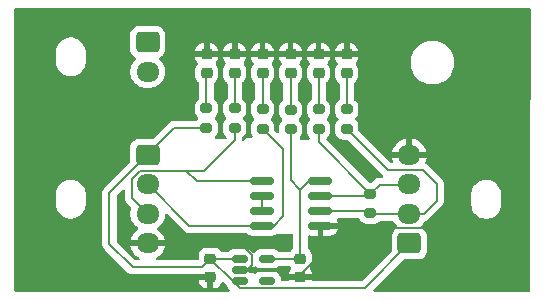
<source format=gbr>
%TF.GenerationSoftware,KiCad,Pcbnew,8.0.4*%
%TF.CreationDate,2024-08-26T10:42:39+09:00*%
%TF.ProjectId,UART-RS485 Read only,55415254-2d52-4533-9438-352052656164,rev?*%
%TF.SameCoordinates,Original*%
%TF.FileFunction,Copper,L1,Top*%
%TF.FilePolarity,Positive*%
%FSLAX46Y46*%
G04 Gerber Fmt 4.6, Leading zero omitted, Abs format (unit mm)*
G04 Created by KiCad (PCBNEW 8.0.4) date 2024-08-26 10:42:39*
%MOMM*%
%LPD*%
G01*
G04 APERTURE LIST*
G04 Aperture macros list*
%AMRoundRect*
0 Rectangle with rounded corners*
0 $1 Rounding radius*
0 $2 $3 $4 $5 $6 $7 $8 $9 X,Y pos of 4 corners*
0 Add a 4 corners polygon primitive as box body*
4,1,4,$2,$3,$4,$5,$6,$7,$8,$9,$2,$3,0*
0 Add four circle primitives for the rounded corners*
1,1,$1+$1,$2,$3*
1,1,$1+$1,$4,$5*
1,1,$1+$1,$6,$7*
1,1,$1+$1,$8,$9*
0 Add four rect primitives between the rounded corners*
20,1,$1+$1,$2,$3,$4,$5,0*
20,1,$1+$1,$4,$5,$6,$7,0*
20,1,$1+$1,$6,$7,$8,$9,0*
20,1,$1+$1,$8,$9,$2,$3,0*%
G04 Aperture macros list end*
%TA.AperFunction,ComponentPad*%
%ADD10RoundRect,0.250000X-0.725000X0.600000X-0.725000X-0.600000X0.725000X-0.600000X0.725000X0.600000X0*%
%TD*%
%TA.AperFunction,ComponentPad*%
%ADD11O,1.950000X1.700000*%
%TD*%
%TA.AperFunction,ComponentPad*%
%ADD12RoundRect,0.250000X0.725000X-0.600000X0.725000X0.600000X-0.725000X0.600000X-0.725000X-0.600000X0*%
%TD*%
%TA.AperFunction,SMDPad,CuDef*%
%ADD13RoundRect,0.218750X-0.256250X0.218750X-0.256250X-0.218750X0.256250X-0.218750X0.256250X0.218750X0*%
%TD*%
%TA.AperFunction,SMDPad,CuDef*%
%ADD14RoundRect,0.200000X0.275000X-0.200000X0.275000X0.200000X-0.275000X0.200000X-0.275000X-0.200000X0*%
%TD*%
%TA.AperFunction,SMDPad,CuDef*%
%ADD15RoundRect,0.150000X-0.825000X-0.150000X0.825000X-0.150000X0.825000X0.150000X-0.825000X0.150000X0*%
%TD*%
%TA.AperFunction,SMDPad,CuDef*%
%ADD16RoundRect,0.150000X-0.512500X-0.150000X0.512500X-0.150000X0.512500X0.150000X-0.512500X0.150000X0*%
%TD*%
%TA.AperFunction,SMDPad,CuDef*%
%ADD17RoundRect,0.225000X-0.250000X0.225000X-0.250000X-0.225000X0.250000X-0.225000X0.250000X0.225000X0*%
%TD*%
%TA.AperFunction,Conductor*%
%ADD18C,0.200000*%
%TD*%
G04 APERTURE END LIST*
D10*
%TO.P,J1,1,Pin_1*%
%TO.N,Net-(J1-Pin_1)*%
X147910000Y-92200000D03*
D11*
%TO.P,J1,2,Pin_2*%
%TO.N,unconnected-(J1-Pin_2-Pad2)*%
X147910000Y-94700000D03*
%TD*%
D12*
%TO.P,J3,1,Pin_1*%
%TO.N,+5V*%
X170070000Y-109240000D03*
D11*
%TO.P,J3,2,Pin_2*%
%TO.N,/A*%
X170070000Y-106740000D03*
%TO.P,J3,3,Pin_3*%
%TO.N,/B*%
X170070000Y-104240000D03*
%TO.P,J3,4,Pin_4*%
%TO.N,GND*%
X170070000Y-101740000D03*
%TD*%
D13*
%TO.P,D6,1,K*%
%TO.N,GND*%
X164760000Y-93232500D03*
%TO.P,D6,2,A*%
%TO.N,Net-(D6-A)*%
X164760000Y-94807500D03*
%TD*%
D14*
%TO.P,R7,1*%
%TO.N,/A*%
X166770000Y-106685000D03*
%TO.P,R7,2*%
%TO.N,/B*%
X166770000Y-105035000D03*
%TD*%
D13*
%TO.P,D1,1,K*%
%TO.N,GND*%
X152900000Y-93222500D03*
%TO.P,D1,2,A*%
%TO.N,Net-(D1-A)*%
X152900000Y-94797500D03*
%TD*%
D15*
%TO.P,U2,1,RO*%
%TO.N,/RX*%
X157595000Y-103955000D03*
%TO.P,U2,2,~{RE}*%
%TO.N,Net-(J1-Pin_1)*%
X157595000Y-105225000D03*
%TO.P,U2,3,DE*%
X157595000Y-106495000D03*
%TO.P,U2,4,DI*%
%TO.N,/TX*%
X157595000Y-107765000D03*
%TO.P,U2,5,GND*%
%TO.N,GND*%
X162545000Y-107765000D03*
%TO.P,U2,6,A*%
%TO.N,/A*%
X162545000Y-106495000D03*
%TO.P,U2,7,B*%
%TO.N,/B*%
X162545000Y-105225000D03*
%TO.P,U2,8,VCC*%
%TO.N,+3.3V*%
X162545000Y-103955000D03*
%TD*%
D13*
%TO.P,D4,1,K*%
%TO.N,GND*%
X160010000Y-93220000D03*
%TO.P,D4,2,A*%
%TO.N,Net-(D4-A)*%
X160010000Y-94795000D03*
%TD*%
D16*
%TO.P,U1,1,VIN*%
%TO.N,+5V*%
X155752500Y-110537500D03*
%TO.P,U1,2,GND*%
%TO.N,GND*%
X155752500Y-111487500D03*
%TO.P,U1,3,EN*%
%TO.N,+5V*%
X155752500Y-112437500D03*
%TO.P,U1,4,NC*%
%TO.N,unconnected-(U1-NC-Pad4)*%
X158027500Y-112437500D03*
%TO.P,U1,5,VOUT*%
%TO.N,+3.3V*%
X158027500Y-110537500D03*
%TD*%
D10*
%TO.P,J2,1,Pin_1*%
%TO.N,+5V*%
X147910000Y-101730000D03*
D11*
%TO.P,J2,2,Pin_2*%
%TO.N,/TX*%
X147910000Y-104230000D03*
%TO.P,J2,3,Pin_3*%
%TO.N,/RX*%
X147910000Y-106730000D03*
%TO.P,J2,4,Pin_4*%
%TO.N,GND*%
X147910000Y-109230000D03*
%TD*%
D13*
%TO.P,D5,1,K*%
%TO.N,GND*%
X162380000Y-93220000D03*
%TO.P,D5,2,A*%
%TO.N,Net-(D5-A)*%
X162380000Y-94795000D03*
%TD*%
%TO.P,D2,1,K*%
%TO.N,GND*%
X155270000Y-93202500D03*
%TO.P,D2,2,A*%
%TO.N,Net-(D2-A)*%
X155270000Y-94777500D03*
%TD*%
D14*
%TO.P,R4,1*%
%TO.N,+3.3V*%
X160010000Y-99575000D03*
%TO.P,R4,2*%
%TO.N,Net-(D4-A)*%
X160010000Y-97925000D03*
%TD*%
%TO.P,R6,1*%
%TO.N,/A*%
X164780000Y-99540000D03*
%TO.P,R6,2*%
%TO.N,Net-(D6-A)*%
X164780000Y-97890000D03*
%TD*%
%TO.P,R2,1*%
%TO.N,/RX*%
X155280000Y-99460000D03*
%TO.P,R2,2*%
%TO.N,Net-(D2-A)*%
X155280000Y-97810000D03*
%TD*%
%TO.P,R1,1*%
%TO.N,+5V*%
X152890000Y-99460000D03*
%TO.P,R1,2*%
%TO.N,Net-(D1-A)*%
X152890000Y-97810000D03*
%TD*%
D17*
%TO.P,C2,2*%
%TO.N,GND*%
X160850000Y-112090000D03*
%TO.P,C2,1*%
%TO.N,+3.3V*%
X160850000Y-110540000D03*
%TD*%
D14*
%TO.P,R5,1*%
%TO.N,/B*%
X162390000Y-99540000D03*
%TO.P,R5,2*%
%TO.N,Net-(D5-A)*%
X162390000Y-97890000D03*
%TD*%
D13*
%TO.P,D3,1,K*%
%TO.N,GND*%
X157640000Y-93232500D03*
%TO.P,D3,2,A*%
%TO.N,Net-(D3-A)*%
X157640000Y-94807500D03*
%TD*%
D14*
%TO.P,R3,1*%
%TO.N,/TX*%
X157637500Y-99525000D03*
%TO.P,R3,2*%
%TO.N,Net-(D3-A)*%
X157637500Y-97875000D03*
%TD*%
D17*
%TO.P,C1,1*%
%TO.N,+5V*%
X153210000Y-110535000D03*
%TO.P,C1,2*%
%TO.N,GND*%
X153210000Y-112085000D03*
%TD*%
D18*
%TO.N,+5V*%
X155112500Y-112440000D02*
X155710000Y-113037500D01*
X155112500Y-112437500D02*
X155112500Y-112440000D01*
X166272500Y-113037500D02*
X155710000Y-113037500D01*
X155112500Y-112437500D02*
X155752500Y-112437500D01*
X153210000Y-110535000D02*
X155112500Y-112437500D01*
%TO.N,+3.3V*%
X160850000Y-110540000D02*
X160850000Y-104675001D01*
X158030000Y-110540000D02*
X158027500Y-110537500D01*
X160850000Y-110540000D02*
X158030000Y-110540000D01*
%TO.N,+5V*%
X150180000Y-99460000D02*
X152890000Y-99460000D01*
X144680000Y-104960000D02*
X150180000Y-99460000D01*
%TO.N,/A*%
X168250000Y-103010000D02*
X164780000Y-99540000D01*
X172380000Y-104190000D02*
X171200000Y-103010000D01*
X172380000Y-105630000D02*
X172380000Y-104190000D01*
X171200000Y-103010000D02*
X168250000Y-103010000D01*
X171270000Y-106740000D02*
X172380000Y-105630000D01*
X170070000Y-106740000D02*
X171270000Y-106740000D01*
%TO.N,GND*%
X171950000Y-107930000D02*
X170500000Y-107930000D01*
%TO.N,/B*%
X162390000Y-100655000D02*
X166770000Y-105035000D01*
X162390000Y-99540000D02*
X162390000Y-100655000D01*
X162545000Y-105225000D02*
X166580000Y-105225000D01*
X166580000Y-105225000D02*
X166770000Y-105035000D01*
%TO.N,/TX*%
X158569999Y-107765000D02*
X157595000Y-107765000D01*
X159390000Y-106944999D02*
X158569999Y-107765000D01*
X159390000Y-101277500D02*
X159390000Y-106944999D01*
X157637500Y-99525000D02*
X159390000Y-101277500D01*
%TO.N,GND*%
X156332500Y-111487500D02*
X155752500Y-111487500D01*
X170500000Y-107930000D02*
X162710000Y-107930000D01*
X164820000Y-107930000D02*
X170500000Y-107930000D01*
X147910000Y-109230000D02*
X155748052Y-109230000D01*
X156750000Y-110231948D02*
X156750000Y-111070000D01*
X155748052Y-109230000D02*
X156750000Y-110231948D01*
X162710000Y-107930000D02*
X162545000Y-107765000D01*
X160660000Y-112090000D02*
X164820000Y-107930000D01*
X156750000Y-111070000D02*
X156332500Y-111487500D01*
%TO.N,+5V*%
X153210000Y-110535000D02*
X152485000Y-111260000D01*
X153210000Y-110535000D02*
X155750000Y-110535000D01*
X155750000Y-110535000D02*
X155752500Y-110537500D01*
X152485000Y-111260000D02*
X146650000Y-111260000D01*
X144680000Y-109290000D02*
X144680000Y-104960000D01*
X170070000Y-109240000D02*
X166272500Y-113037500D01*
X146650000Y-111260000D02*
X144680000Y-109290000D01*
%TO.N,+3.3V*%
X161570001Y-103955000D02*
X160850000Y-104675001D01*
X160010000Y-99575000D02*
X160010000Y-103835001D01*
X160010000Y-103835001D02*
X160850000Y-104675001D01*
X162545000Y-103955000D02*
X161570001Y-103955000D01*
%TO.N,Net-(D1-A)*%
X152890000Y-94807500D02*
X152900000Y-94797500D01*
X152890000Y-97810000D02*
X152890000Y-94807500D01*
%TO.N,/TX*%
X151445000Y-107765000D02*
X157595000Y-107765000D01*
X147910000Y-104230000D02*
X151445000Y-107765000D01*
%TO.N,/RX*%
X155280000Y-100510000D02*
X152710000Y-103080000D01*
X157595000Y-103955000D02*
X152055000Y-103955000D01*
X152050000Y-103960000D02*
X151170000Y-103080000D01*
X152055000Y-103955000D02*
X152050000Y-103960000D01*
X151170000Y-103080000D02*
X147300000Y-103080000D01*
X147300000Y-103080000D02*
X146580000Y-103800000D01*
X146580000Y-103800000D02*
X146580000Y-105400000D01*
X155280000Y-99460000D02*
X155280000Y-100510000D01*
X146580000Y-105400000D02*
X147910000Y-106730000D01*
X152710000Y-103080000D02*
X151170000Y-103080000D01*
%TO.N,/B*%
X169470000Y-104260000D02*
X167545000Y-104260000D01*
X167545000Y-104260000D02*
X166770000Y-105035000D01*
%TO.N,/A*%
X166845000Y-106760000D02*
X166770000Y-106685000D01*
X166580000Y-106495000D02*
X166770000Y-106685000D01*
X170070000Y-106740000D02*
X166825000Y-106740000D01*
X166825000Y-106740000D02*
X166770000Y-106685000D01*
X162545000Y-106495000D02*
X166580000Y-106495000D01*
%TO.N,Net-(J1-Pin_1)*%
X157595000Y-105225000D02*
X157595000Y-106495000D01*
%TO.N,Net-(D2-A)*%
X155275000Y-94877500D02*
X155275000Y-97805000D01*
%TO.N,Net-(D3-A)*%
X157637500Y-97875000D02*
X157637500Y-94940000D01*
%TO.N,Net-(D4-A)*%
X160010000Y-94825000D02*
X160010000Y-97915000D01*
%TO.N,Net-(D5-A)*%
X162387500Y-94907500D02*
X162387500Y-97882500D01*
X162367500Y-97952500D02*
X162360000Y-97960000D01*
X162377500Y-97942500D02*
X162360000Y-97960000D01*
%TO.N,Net-(D6-A)*%
X164760000Y-97900000D02*
X164760000Y-94807500D01*
%TD*%
%TA.AperFunction,Conductor*%
%TO.N,GND*%
G36*
X180302017Y-89340185D02*
G01*
X180347772Y-89392989D01*
X180358977Y-89444791D01*
X180322463Y-104809097D01*
X180302531Y-113195795D01*
X180282687Y-113262787D01*
X180229774Y-113308416D01*
X180178531Y-113319500D01*
X167139097Y-113319500D01*
X167072058Y-113299815D01*
X167026303Y-113247011D01*
X167016359Y-113177853D01*
X167045384Y-113114297D01*
X167051416Y-113107819D01*
X169532416Y-110626818D01*
X169593739Y-110593333D01*
X169620097Y-110590499D01*
X170845002Y-110590499D01*
X170845008Y-110590499D01*
X170947797Y-110579999D01*
X171114334Y-110524814D01*
X171263656Y-110432712D01*
X171387712Y-110308656D01*
X171479814Y-110159334D01*
X171534999Y-109992797D01*
X171545500Y-109890009D01*
X171545499Y-108589992D01*
X171534999Y-108487203D01*
X171479814Y-108320666D01*
X171387712Y-108171344D01*
X171263656Y-108047288D01*
X171114334Y-107955186D01*
X171114333Y-107955185D01*
X171108878Y-107951821D01*
X171062154Y-107899873D01*
X171050931Y-107830910D01*
X171078775Y-107766828D01*
X171086272Y-107758623D01*
X171225104Y-107619792D01*
X171350051Y-107447816D01*
X171388470Y-107372412D01*
X171436441Y-107321619D01*
X171466851Y-107308937D01*
X171501785Y-107299577D01*
X171551904Y-107270639D01*
X171638716Y-107220520D01*
X171750520Y-107108716D01*
X171750520Y-107108714D01*
X171760728Y-107098507D01*
X171760730Y-107098504D01*
X172738506Y-106120728D01*
X172738511Y-106120724D01*
X172748714Y-106110520D01*
X172748716Y-106110520D01*
X172860520Y-105998716D01*
X172907936Y-105916587D01*
X172931644Y-105875525D01*
X172931645Y-105875523D01*
X172939577Y-105861785D01*
X172980500Y-105709057D01*
X172980500Y-105550943D01*
X172980500Y-104991577D01*
X175319500Y-104991577D01*
X175319500Y-105988422D01*
X175350290Y-106182826D01*
X175411117Y-106370029D01*
X175495381Y-106535405D01*
X175500476Y-106545405D01*
X175616172Y-106704646D01*
X175755354Y-106843828D01*
X175914595Y-106959524D01*
X175949640Y-106977380D01*
X176089970Y-107048882D01*
X176089972Y-107048882D01*
X176089975Y-107048884D01*
X176190317Y-107081487D01*
X176277173Y-107109709D01*
X176471578Y-107140500D01*
X176471583Y-107140500D01*
X176668422Y-107140500D01*
X176862826Y-107109709D01*
X176877716Y-107104871D01*
X177050025Y-107048884D01*
X177225405Y-106959524D01*
X177384646Y-106843828D01*
X177523828Y-106704646D01*
X177639524Y-106545405D01*
X177728884Y-106370025D01*
X177789709Y-106182826D01*
X177801161Y-106110520D01*
X177820500Y-105988422D01*
X177820500Y-104991577D01*
X177789709Y-104797173D01*
X177746677Y-104664736D01*
X177728884Y-104609975D01*
X177728882Y-104609972D01*
X177728882Y-104609970D01*
X177676347Y-104506865D01*
X177639524Y-104434595D01*
X177523828Y-104275354D01*
X177384646Y-104136172D01*
X177225405Y-104020476D01*
X177205779Y-104010476D01*
X177050029Y-103931117D01*
X176862826Y-103870290D01*
X176668422Y-103839500D01*
X176668417Y-103839500D01*
X176471583Y-103839500D01*
X176471578Y-103839500D01*
X176277173Y-103870290D01*
X176089970Y-103931117D01*
X175914594Y-104020476D01*
X175823741Y-104086485D01*
X175755354Y-104136172D01*
X175755352Y-104136174D01*
X175755351Y-104136174D01*
X175616174Y-104275351D01*
X175616174Y-104275352D01*
X175616172Y-104275354D01*
X175577402Y-104328716D01*
X175500476Y-104434594D01*
X175411117Y-104609970D01*
X175350290Y-104797173D01*
X175319500Y-104991577D01*
X172980500Y-104991577D01*
X172980500Y-104279059D01*
X172980501Y-104279046D01*
X172980501Y-104110945D01*
X172980501Y-104110943D01*
X172939577Y-103958215D01*
X172888814Y-103870291D01*
X172860520Y-103821284D01*
X172748716Y-103709480D01*
X172748715Y-103709479D01*
X172744385Y-103705149D01*
X172744374Y-103705139D01*
X171687590Y-102648355D01*
X171687588Y-102648352D01*
X171568717Y-102529481D01*
X171568716Y-102529480D01*
X171481904Y-102479360D01*
X171481904Y-102479359D01*
X171481900Y-102479358D01*
X171469072Y-102471951D01*
X171420858Y-102421384D01*
X171407637Y-102352777D01*
X171420591Y-102308270D01*
X171446093Y-102258219D01*
X171511757Y-102056129D01*
X171511757Y-102056126D01*
X171522231Y-101990000D01*
X170474146Y-101990000D01*
X170512630Y-101923343D01*
X170545000Y-101802535D01*
X170545000Y-101677465D01*
X170512630Y-101556657D01*
X170474146Y-101490000D01*
X171522231Y-101490000D01*
X171511757Y-101423873D01*
X171511757Y-101423870D01*
X171446095Y-101221782D01*
X171349620Y-101032442D01*
X171224727Y-100860540D01*
X171224723Y-100860535D01*
X171074464Y-100710276D01*
X171074459Y-100710272D01*
X170902557Y-100585379D01*
X170713217Y-100488904D01*
X170511128Y-100423242D01*
X170320000Y-100392969D01*
X170320000Y-101335854D01*
X170253343Y-101297370D01*
X170132535Y-101265000D01*
X170007465Y-101265000D01*
X169886657Y-101297370D01*
X169820000Y-101335854D01*
X169820000Y-100392969D01*
X169628872Y-100423242D01*
X169628869Y-100423242D01*
X169426782Y-100488904D01*
X169237442Y-100585379D01*
X169065540Y-100710272D01*
X169065535Y-100710276D01*
X168915276Y-100860535D01*
X168915272Y-100860540D01*
X168790379Y-101032442D01*
X168693904Y-101221782D01*
X168628242Y-101423870D01*
X168628242Y-101423873D01*
X168617769Y-101490000D01*
X169665854Y-101490000D01*
X169627370Y-101556657D01*
X169595000Y-101677465D01*
X169595000Y-101802535D01*
X169627370Y-101923343D01*
X169665854Y-101990000D01*
X168617769Y-101990000D01*
X168628242Y-102056126D01*
X168628242Y-102056129D01*
X168690319Y-102247182D01*
X168692314Y-102317023D01*
X168656233Y-102376856D01*
X168593532Y-102407684D01*
X168572388Y-102409500D01*
X168550097Y-102409500D01*
X168483058Y-102389815D01*
X168462416Y-102373181D01*
X165791819Y-99702584D01*
X165758334Y-99641261D01*
X165755500Y-99614903D01*
X165755500Y-99283386D01*
X165752267Y-99247807D01*
X165749086Y-99212804D01*
X165698478Y-99050394D01*
X165610472Y-98904815D01*
X165610470Y-98904813D01*
X165610469Y-98904811D01*
X165508339Y-98802681D01*
X165474854Y-98741358D01*
X165479838Y-98671666D01*
X165508339Y-98627319D01*
X165610468Y-98525189D01*
X165610469Y-98525188D01*
X165610472Y-98525185D01*
X165698478Y-98379606D01*
X165749086Y-98217196D01*
X165755500Y-98146616D01*
X165755500Y-97633384D01*
X165749086Y-97562804D01*
X165698478Y-97400394D01*
X165610472Y-97254815D01*
X165610470Y-97254813D01*
X165610469Y-97254811D01*
X165490189Y-97134531D01*
X165490185Y-97134528D01*
X165420349Y-97092310D01*
X165373162Y-97040782D01*
X165360500Y-96986194D01*
X165360500Y-95728185D01*
X165380185Y-95661146D01*
X165419401Y-95622647D01*
X165465391Y-95594281D01*
X165584281Y-95475391D01*
X165672549Y-95332287D01*
X165725436Y-95172685D01*
X165735500Y-95074174D01*
X165735500Y-94540826D01*
X165725436Y-94442315D01*
X165672549Y-94282713D01*
X165672545Y-94282707D01*
X165672544Y-94282704D01*
X165584283Y-94139612D01*
X165584280Y-94139608D01*
X165552000Y-94107328D01*
X165518515Y-94046005D01*
X165523499Y-93976313D01*
X165552000Y-93931966D01*
X165583885Y-93900080D01*
X165652579Y-93788711D01*
X170179500Y-93788711D01*
X170179500Y-94031288D01*
X170210954Y-94270215D01*
X170211162Y-94271789D01*
X170241164Y-94383757D01*
X170273947Y-94506104D01*
X170366773Y-94730205D01*
X170366776Y-94730212D01*
X170488064Y-94940289D01*
X170488066Y-94940292D01*
X170488067Y-94940293D01*
X170635733Y-95132736D01*
X170635739Y-95132743D01*
X170807256Y-95304260D01*
X170807263Y-95304266D01*
X170827501Y-95319795D01*
X170999711Y-95451936D01*
X171209788Y-95573224D01*
X171433900Y-95666054D01*
X171668211Y-95728838D01*
X171848586Y-95752584D01*
X171908711Y-95760500D01*
X171908712Y-95760500D01*
X172151289Y-95760500D01*
X172199388Y-95754167D01*
X172391789Y-95728838D01*
X172626100Y-95666054D01*
X172850212Y-95573224D01*
X173060289Y-95451936D01*
X173252738Y-95304265D01*
X173424265Y-95132738D01*
X173571936Y-94940289D01*
X173693224Y-94730212D01*
X173786054Y-94506100D01*
X173848838Y-94271789D01*
X173880500Y-94031288D01*
X173880500Y-93788712D01*
X173848838Y-93548211D01*
X173786054Y-93313900D01*
X173693224Y-93089788D01*
X173571936Y-92879711D01*
X173477910Y-92757174D01*
X173424266Y-92687263D01*
X173424260Y-92687256D01*
X173252743Y-92515739D01*
X173252736Y-92515733D01*
X173060293Y-92368067D01*
X173060292Y-92368066D01*
X173060289Y-92368064D01*
X172850212Y-92246776D01*
X172822630Y-92235351D01*
X172626104Y-92153947D01*
X172391785Y-92091161D01*
X172151289Y-92059500D01*
X172151288Y-92059500D01*
X171908712Y-92059500D01*
X171908711Y-92059500D01*
X171668214Y-92091161D01*
X171433895Y-92153947D01*
X171209794Y-92246773D01*
X171209785Y-92246777D01*
X170999706Y-92368067D01*
X170807263Y-92515733D01*
X170807256Y-92515739D01*
X170635739Y-92687256D01*
X170635733Y-92687263D01*
X170488067Y-92879706D01*
X170366777Y-93089785D01*
X170366773Y-93089794D01*
X170273947Y-93313895D01*
X170211161Y-93548214D01*
X170179500Y-93788711D01*
X165652579Y-93788711D01*
X165672091Y-93757077D01*
X165672093Y-93757072D01*
X165724942Y-93597583D01*
X165734999Y-93499150D01*
X165735000Y-93499137D01*
X165735000Y-93482500D01*
X163785001Y-93482500D01*
X163785001Y-93499152D01*
X163795056Y-93597583D01*
X163847906Y-93757072D01*
X163847908Y-93757077D01*
X163936114Y-93900080D01*
X163968000Y-93931967D01*
X164001485Y-93993291D01*
X163996499Y-94062982D01*
X163968000Y-94107327D01*
X163935719Y-94139607D01*
X163935716Y-94139612D01*
X163847455Y-94282704D01*
X163847451Y-94282713D01*
X163794564Y-94442315D01*
X163794564Y-94442316D01*
X163794563Y-94442316D01*
X163784500Y-94540818D01*
X163784500Y-95074181D01*
X163794563Y-95172683D01*
X163847450Y-95332284D01*
X163847455Y-95332295D01*
X163935716Y-95475387D01*
X163935719Y-95475391D01*
X164054609Y-95594281D01*
X164100598Y-95622647D01*
X164147321Y-95674594D01*
X164159500Y-95728185D01*
X164159500Y-97010375D01*
X164139815Y-97077414D01*
X164099651Y-97116491D01*
X164069814Y-97134528D01*
X164069810Y-97134531D01*
X163949530Y-97254811D01*
X163861522Y-97400393D01*
X163810913Y-97562807D01*
X163804500Y-97633386D01*
X163804500Y-98146613D01*
X163810913Y-98217192D01*
X163810913Y-98217194D01*
X163810914Y-98217196D01*
X163861522Y-98379606D01*
X163901168Y-98445189D01*
X163949530Y-98525188D01*
X164051661Y-98627319D01*
X164085146Y-98688642D01*
X164080162Y-98758334D01*
X164051661Y-98802681D01*
X163949531Y-98904810D01*
X163949530Y-98904811D01*
X163861522Y-99050393D01*
X163810913Y-99212807D01*
X163804500Y-99283386D01*
X163804500Y-99796613D01*
X163810913Y-99867192D01*
X163810913Y-99867194D01*
X163810914Y-99867196D01*
X163861522Y-100029606D01*
X163901168Y-100095189D01*
X163949530Y-100175188D01*
X164069811Y-100295469D01*
X164069813Y-100295470D01*
X164069815Y-100295472D01*
X164215394Y-100383478D01*
X164377804Y-100434086D01*
X164448384Y-100440500D01*
X164779903Y-100440500D01*
X164846942Y-100460185D01*
X164867584Y-100476819D01*
X167765139Y-103374374D01*
X167765149Y-103374385D01*
X167769479Y-103378715D01*
X167769480Y-103378716D01*
X167838584Y-103447820D01*
X167872068Y-103509141D01*
X167867084Y-103578833D01*
X167825213Y-103634767D01*
X167759749Y-103659184D01*
X167750902Y-103659500D01*
X167631670Y-103659500D01*
X167631654Y-103659499D01*
X167624058Y-103659499D01*
X167465943Y-103659499D01*
X167389579Y-103679961D01*
X167313214Y-103700423D01*
X167313209Y-103700426D01*
X167176290Y-103779475D01*
X167176282Y-103779481D01*
X166857680Y-104098083D01*
X166796357Y-104131568D01*
X166726665Y-104126584D01*
X166682318Y-104098083D01*
X163074691Y-100490456D01*
X163041206Y-100429133D01*
X163046190Y-100359441D01*
X163088062Y-100303508D01*
X163098223Y-100296658D01*
X163100185Y-100295472D01*
X163220472Y-100175185D01*
X163308478Y-100029606D01*
X163359086Y-99867196D01*
X163365500Y-99796616D01*
X163365500Y-99283384D01*
X163359086Y-99212804D01*
X163308478Y-99050394D01*
X163220472Y-98904815D01*
X163220470Y-98904813D01*
X163220469Y-98904811D01*
X163118339Y-98802681D01*
X163084854Y-98741358D01*
X163089838Y-98671666D01*
X163118339Y-98627319D01*
X163220468Y-98525189D01*
X163220469Y-98525188D01*
X163220472Y-98525185D01*
X163308478Y-98379606D01*
X163359086Y-98217196D01*
X163365500Y-98146616D01*
X163365500Y-97633384D01*
X163359086Y-97562804D01*
X163308478Y-97400394D01*
X163220472Y-97254815D01*
X163220470Y-97254813D01*
X163220469Y-97254811D01*
X163100189Y-97134531D01*
X163100185Y-97134528D01*
X163047849Y-97102889D01*
X163000662Y-97051361D01*
X162988000Y-96996773D01*
X162988000Y-95711059D01*
X163007685Y-95644020D01*
X163046901Y-95605521D01*
X163085391Y-95581781D01*
X163204281Y-95462891D01*
X163292549Y-95319787D01*
X163345436Y-95160185D01*
X163355500Y-95061674D01*
X163355500Y-94528326D01*
X163345436Y-94429815D01*
X163292549Y-94270213D01*
X163292545Y-94270207D01*
X163292544Y-94270204D01*
X163204283Y-94127112D01*
X163204280Y-94127108D01*
X163172000Y-94094828D01*
X163138515Y-94033505D01*
X163143499Y-93963813D01*
X163172000Y-93919466D01*
X163203885Y-93887580D01*
X163292091Y-93744577D01*
X163292093Y-93744572D01*
X163344942Y-93585083D01*
X163354999Y-93486650D01*
X163355000Y-93486637D01*
X163355000Y-93470000D01*
X161405001Y-93470000D01*
X161405001Y-93486652D01*
X161415056Y-93585083D01*
X161467906Y-93744572D01*
X161467908Y-93744577D01*
X161556114Y-93887580D01*
X161588000Y-93919467D01*
X161621485Y-93980791D01*
X161616499Y-94050482D01*
X161588000Y-94094827D01*
X161555719Y-94127107D01*
X161555716Y-94127112D01*
X161467455Y-94270204D01*
X161467450Y-94270215D01*
X161466622Y-94272715D01*
X161414564Y-94429815D01*
X161414564Y-94429816D01*
X161414563Y-94429816D01*
X161404500Y-94528318D01*
X161404500Y-95061681D01*
X161414563Y-95160183D01*
X161467450Y-95319784D01*
X161467455Y-95319795D01*
X161555716Y-95462887D01*
X161555719Y-95462891D01*
X161674609Y-95581781D01*
X161728098Y-95614773D01*
X161774821Y-95666720D01*
X161787000Y-95720311D01*
X161787000Y-96999796D01*
X161767315Y-97066835D01*
X161727151Y-97105912D01*
X161679814Y-97134528D01*
X161679810Y-97134531D01*
X161559530Y-97254811D01*
X161471522Y-97400393D01*
X161420913Y-97562807D01*
X161414500Y-97633386D01*
X161414500Y-98146613D01*
X161420913Y-98217192D01*
X161420913Y-98217194D01*
X161420914Y-98217196D01*
X161471522Y-98379606D01*
X161511168Y-98445189D01*
X161559530Y-98525188D01*
X161661661Y-98627319D01*
X161695146Y-98688642D01*
X161690162Y-98758334D01*
X161661661Y-98802681D01*
X161559531Y-98904810D01*
X161559530Y-98904811D01*
X161471522Y-99050393D01*
X161420913Y-99212807D01*
X161414500Y-99283386D01*
X161414500Y-99796613D01*
X161420913Y-99867192D01*
X161420913Y-99867194D01*
X161420914Y-99867196D01*
X161471522Y-100029606D01*
X161511168Y-100095189D01*
X161559530Y-100175188D01*
X161612661Y-100228319D01*
X161646146Y-100289642D01*
X161641162Y-100359334D01*
X161599290Y-100415267D01*
X161533826Y-100439684D01*
X161524980Y-100440000D01*
X160910020Y-100440000D01*
X160842981Y-100420315D01*
X160797226Y-100367511D01*
X160787282Y-100298353D01*
X160816307Y-100234797D01*
X160822339Y-100228319D01*
X160840468Y-100210189D01*
X160840469Y-100210188D01*
X160840472Y-100210185D01*
X160928478Y-100064606D01*
X160979086Y-99902196D01*
X160985500Y-99831616D01*
X160985500Y-99318384D01*
X160979086Y-99247804D01*
X160928478Y-99085394D01*
X160840472Y-98939815D01*
X160840470Y-98939813D01*
X160840469Y-98939811D01*
X160738339Y-98837681D01*
X160704854Y-98776358D01*
X160709838Y-98706666D01*
X160738339Y-98662319D01*
X160840468Y-98560189D01*
X160840469Y-98560188D01*
X160840472Y-98560185D01*
X160928478Y-98414606D01*
X160979086Y-98252196D01*
X160985500Y-98181616D01*
X160985500Y-97668384D01*
X160979086Y-97597804D01*
X160928478Y-97435394D01*
X160840472Y-97289815D01*
X160840470Y-97289813D01*
X160840469Y-97289811D01*
X160720188Y-97169530D01*
X160670348Y-97139400D01*
X160623162Y-97087871D01*
X160610500Y-97033284D01*
X160610500Y-95715685D01*
X160630185Y-95648646D01*
X160669401Y-95610147D01*
X160715391Y-95581781D01*
X160834281Y-95462891D01*
X160922549Y-95319787D01*
X160975436Y-95160185D01*
X160985500Y-95061674D01*
X160985500Y-94528326D01*
X160975436Y-94429815D01*
X160922549Y-94270213D01*
X160922545Y-94270207D01*
X160922544Y-94270204D01*
X160834283Y-94127112D01*
X160834280Y-94127108D01*
X160802000Y-94094828D01*
X160768515Y-94033505D01*
X160773499Y-93963813D01*
X160802000Y-93919466D01*
X160833885Y-93887580D01*
X160922091Y-93744577D01*
X160922093Y-93744572D01*
X160974942Y-93585083D01*
X160984999Y-93486650D01*
X160985000Y-93486637D01*
X160985000Y-93470000D01*
X159035001Y-93470000D01*
X159035001Y-93486652D01*
X159045056Y-93585083D01*
X159097906Y-93744572D01*
X159097908Y-93744577D01*
X159186114Y-93887580D01*
X159218000Y-93919467D01*
X159251485Y-93980791D01*
X159246499Y-94050482D01*
X159218000Y-94094827D01*
X159185719Y-94127107D01*
X159185716Y-94127112D01*
X159097455Y-94270204D01*
X159097450Y-94270215D01*
X159096622Y-94272715D01*
X159044564Y-94429815D01*
X159044564Y-94429816D01*
X159044563Y-94429816D01*
X159034500Y-94528318D01*
X159034500Y-95061681D01*
X159044563Y-95160183D01*
X159097450Y-95319784D01*
X159097455Y-95319795D01*
X159185716Y-95462887D01*
X159185719Y-95462891D01*
X159304609Y-95581781D01*
X159350598Y-95610147D01*
X159397321Y-95662094D01*
X159409500Y-95715685D01*
X159409500Y-97033284D01*
X159389815Y-97100323D01*
X159349652Y-97139400D01*
X159299811Y-97169530D01*
X159179530Y-97289811D01*
X159091522Y-97435393D01*
X159040913Y-97597807D01*
X159034500Y-97668386D01*
X159034500Y-98181613D01*
X159040913Y-98252192D01*
X159040913Y-98252194D01*
X159040914Y-98252196D01*
X159091522Y-98414606D01*
X159158371Y-98525188D01*
X159179530Y-98560188D01*
X159281661Y-98662319D01*
X159315146Y-98723642D01*
X159310162Y-98793334D01*
X159281661Y-98837681D01*
X159179531Y-98939810D01*
X159179530Y-98939811D01*
X159091522Y-99085393D01*
X159040913Y-99247807D01*
X159034500Y-99318386D01*
X159034500Y-99773403D01*
X159014815Y-99840442D01*
X158962011Y-99886197D01*
X158892853Y-99896141D01*
X158829297Y-99867116D01*
X158822819Y-99861084D01*
X158649319Y-99687584D01*
X158615834Y-99626261D01*
X158613000Y-99599903D01*
X158613000Y-99268386D01*
X158606586Y-99197807D01*
X158606586Y-99197804D01*
X158555978Y-99035394D01*
X158467972Y-98889815D01*
X158467970Y-98889813D01*
X158467969Y-98889811D01*
X158365839Y-98787681D01*
X158332354Y-98726358D01*
X158337338Y-98656666D01*
X158365839Y-98612319D01*
X158467968Y-98510189D01*
X158467969Y-98510188D01*
X158467972Y-98510185D01*
X158555978Y-98364606D01*
X158606586Y-98202196D01*
X158613000Y-98131616D01*
X158613000Y-97618384D01*
X158606586Y-97547804D01*
X158555978Y-97385394D01*
X158467972Y-97239815D01*
X158467970Y-97239813D01*
X158467969Y-97239811D01*
X158347688Y-97119530D01*
X158315916Y-97100323D01*
X158297847Y-97089399D01*
X158250662Y-97037871D01*
X158238000Y-96983284D01*
X158238000Y-95729727D01*
X158257685Y-95662688D01*
X158296901Y-95624189D01*
X158345391Y-95594281D01*
X158464281Y-95475391D01*
X158552549Y-95332287D01*
X158605436Y-95172685D01*
X158615500Y-95074174D01*
X158615500Y-94540826D01*
X158605436Y-94442315D01*
X158552549Y-94282713D01*
X158552545Y-94282707D01*
X158552544Y-94282704D01*
X158464283Y-94139612D01*
X158464280Y-94139608D01*
X158432000Y-94107328D01*
X158398515Y-94046005D01*
X158403499Y-93976313D01*
X158432000Y-93931966D01*
X158463885Y-93900080D01*
X158552091Y-93757077D01*
X158552093Y-93757072D01*
X158604942Y-93597583D01*
X158614999Y-93499150D01*
X158615000Y-93499137D01*
X158615000Y-93482500D01*
X156665001Y-93482500D01*
X156665001Y-93499152D01*
X156675056Y-93597583D01*
X156727906Y-93757072D01*
X156727908Y-93757077D01*
X156816114Y-93900080D01*
X156848000Y-93931967D01*
X156881485Y-93993291D01*
X156876499Y-94062982D01*
X156848000Y-94107327D01*
X156815719Y-94139607D01*
X156815716Y-94139612D01*
X156727455Y-94282704D01*
X156727451Y-94282713D01*
X156674564Y-94442315D01*
X156674564Y-94442316D01*
X156674563Y-94442316D01*
X156664500Y-94540818D01*
X156664500Y-95074181D01*
X156674563Y-95172683D01*
X156727450Y-95332284D01*
X156727455Y-95332295D01*
X156815716Y-95475387D01*
X156815719Y-95475391D01*
X156934609Y-95594281D01*
X156978098Y-95621105D01*
X157024821Y-95673052D01*
X157037000Y-95726643D01*
X157037000Y-96983284D01*
X157017315Y-97050323D01*
X156977152Y-97089400D01*
X156927311Y-97119530D01*
X156807030Y-97239811D01*
X156719022Y-97385393D01*
X156668413Y-97547807D01*
X156662000Y-97618386D01*
X156662000Y-98131613D01*
X156668413Y-98202192D01*
X156719022Y-98364606D01*
X156807030Y-98510188D01*
X156909161Y-98612319D01*
X156942646Y-98673642D01*
X156937662Y-98743334D01*
X156909161Y-98787681D01*
X156807031Y-98889810D01*
X156807030Y-98889811D01*
X156719022Y-99035393D01*
X156668413Y-99197807D01*
X156662000Y-99268386D01*
X156662000Y-99781613D01*
X156668413Y-99852192D01*
X156668413Y-99852194D01*
X156668414Y-99852196D01*
X156719022Y-100014606D01*
X156771765Y-100101853D01*
X156789600Y-100169404D01*
X156768083Y-100235878D01*
X156714043Y-100280166D01*
X156665647Y-100290000D01*
X156309999Y-100290000D01*
X156092181Y-100507818D01*
X156030858Y-100541303D01*
X155961166Y-100536319D01*
X155905233Y-100494447D01*
X155880816Y-100428983D01*
X155880500Y-100420137D01*
X155880500Y-100351715D01*
X155900185Y-100284676D01*
X155940349Y-100245598D01*
X155990185Y-100215472D01*
X156110472Y-100095185D01*
X156198478Y-99949606D01*
X156249086Y-99787196D01*
X156255500Y-99716616D01*
X156255500Y-99203384D01*
X156249086Y-99132804D01*
X156198478Y-98970394D01*
X156110472Y-98824815D01*
X156110470Y-98824813D01*
X156110469Y-98824811D01*
X156008339Y-98722681D01*
X155974854Y-98661358D01*
X155979838Y-98591666D01*
X156008339Y-98547319D01*
X156110468Y-98445189D01*
X156110469Y-98445188D01*
X156110472Y-98445185D01*
X156198478Y-98299606D01*
X156249086Y-98137196D01*
X156255500Y-98066616D01*
X156255500Y-97553384D01*
X156249086Y-97482804D01*
X156198478Y-97320394D01*
X156110472Y-97174815D01*
X156110470Y-97174813D01*
X156110469Y-97174811D01*
X155990189Y-97054531D01*
X155990185Y-97054528D01*
X155935349Y-97021378D01*
X155888162Y-96969850D01*
X155875500Y-96915262D01*
X155875500Y-95695101D01*
X155895185Y-95628062D01*
X155934401Y-95589563D01*
X155975391Y-95564281D01*
X156094281Y-95445391D01*
X156182549Y-95302287D01*
X156235436Y-95142685D01*
X156245500Y-95044174D01*
X156245500Y-94510826D01*
X156235436Y-94412315D01*
X156182549Y-94252713D01*
X156182545Y-94252707D01*
X156182544Y-94252704D01*
X156094283Y-94109612D01*
X156094280Y-94109608D01*
X156062000Y-94077328D01*
X156028515Y-94016005D01*
X156033499Y-93946313D01*
X156062000Y-93901966D01*
X156093885Y-93870080D01*
X156182091Y-93727077D01*
X156182093Y-93727072D01*
X156234942Y-93567583D01*
X156244999Y-93469150D01*
X156245000Y-93469137D01*
X156245000Y-93452500D01*
X154295001Y-93452500D01*
X154295001Y-93469152D01*
X154305056Y-93567583D01*
X154357906Y-93727072D01*
X154357908Y-93727077D01*
X154446114Y-93870080D01*
X154478000Y-93901967D01*
X154511485Y-93963291D01*
X154506499Y-94032982D01*
X154478000Y-94077327D01*
X154445719Y-94109607D01*
X154445716Y-94109612D01*
X154357455Y-94252704D01*
X154357450Y-94252715D01*
X154350823Y-94272715D01*
X154304564Y-94412315D01*
X154304564Y-94412316D01*
X154304563Y-94412316D01*
X154294500Y-94510818D01*
X154294500Y-95044181D01*
X154304563Y-95142683D01*
X154357450Y-95302284D01*
X154357455Y-95302295D01*
X154445716Y-95445387D01*
X154445719Y-95445391D01*
X154564609Y-95564281D01*
X154615598Y-95595731D01*
X154662321Y-95647678D01*
X154674500Y-95701269D01*
X154674500Y-96921307D01*
X154654815Y-96988346D01*
X154614651Y-97027423D01*
X154569814Y-97054528D01*
X154569810Y-97054531D01*
X154449530Y-97174811D01*
X154361522Y-97320393D01*
X154310913Y-97482807D01*
X154304500Y-97553386D01*
X154304500Y-98066613D01*
X154310913Y-98137192D01*
X154310913Y-98137194D01*
X154310914Y-98137196D01*
X154346749Y-98252196D01*
X154361522Y-98299606D01*
X154449530Y-98445188D01*
X154551661Y-98547319D01*
X154585146Y-98608642D01*
X154580162Y-98678334D01*
X154551661Y-98722681D01*
X154449531Y-98824810D01*
X154449530Y-98824811D01*
X154361522Y-98970393D01*
X154310913Y-99132807D01*
X154304500Y-99203386D01*
X154304500Y-99716613D01*
X154310913Y-99787192D01*
X154310913Y-99787194D01*
X154310914Y-99787196D01*
X154346749Y-99902196D01*
X154361522Y-99949606D01*
X154449530Y-100095188D01*
X154559872Y-100205530D01*
X154593357Y-100266853D01*
X154588373Y-100336545D01*
X154559872Y-100380892D01*
X154548063Y-100392701D01*
X154486740Y-100426186D01*
X154417048Y-100421202D01*
X154372701Y-100392701D01*
X154370000Y-100390000D01*
X153725020Y-100390000D01*
X153657981Y-100370315D01*
X153612226Y-100317511D01*
X153602282Y-100248353D01*
X153631307Y-100184797D01*
X153637339Y-100178319D01*
X153720468Y-100095189D01*
X153720469Y-100095188D01*
X153720472Y-100095185D01*
X153808478Y-99949606D01*
X153859086Y-99787196D01*
X153865500Y-99716616D01*
X153865500Y-99203384D01*
X153859086Y-99132804D01*
X153808478Y-98970394D01*
X153720472Y-98824815D01*
X153720470Y-98824813D01*
X153720469Y-98824811D01*
X153618339Y-98722681D01*
X153584854Y-98661358D01*
X153589838Y-98591666D01*
X153618339Y-98547319D01*
X153720468Y-98445189D01*
X153720469Y-98445188D01*
X153720472Y-98445185D01*
X153808478Y-98299606D01*
X153859086Y-98137196D01*
X153865500Y-98066616D01*
X153865500Y-97553384D01*
X153859086Y-97482804D01*
X153808478Y-97320394D01*
X153720472Y-97174815D01*
X153720470Y-97174813D01*
X153720469Y-97174811D01*
X153600188Y-97054530D01*
X153550348Y-97024400D01*
X153503162Y-96972871D01*
X153490500Y-96918284D01*
X153490500Y-95724353D01*
X153510185Y-95657314D01*
X153549401Y-95618815D01*
X153605391Y-95584281D01*
X153724281Y-95465391D01*
X153812549Y-95322287D01*
X153865436Y-95162685D01*
X153875500Y-95064174D01*
X153875500Y-94530826D01*
X153865436Y-94432315D01*
X153812549Y-94272713D01*
X153812545Y-94272707D01*
X153812544Y-94272704D01*
X153724283Y-94129612D01*
X153724280Y-94129608D01*
X153692000Y-94097328D01*
X153658515Y-94036005D01*
X153663499Y-93966313D01*
X153692000Y-93921966D01*
X153723885Y-93890080D01*
X153812091Y-93747077D01*
X153812093Y-93747072D01*
X153864942Y-93587583D01*
X153874999Y-93489150D01*
X153875000Y-93489137D01*
X153875000Y-93472500D01*
X151925001Y-93472500D01*
X151925001Y-93489152D01*
X151935056Y-93587583D01*
X151987906Y-93747072D01*
X151987908Y-93747077D01*
X152076114Y-93890080D01*
X152108000Y-93921967D01*
X152141485Y-93983291D01*
X152136499Y-94052982D01*
X152108000Y-94097327D01*
X152075719Y-94129607D01*
X152075716Y-94129612D01*
X151987455Y-94272704D01*
X151987450Y-94272715D01*
X151968460Y-94330025D01*
X151934564Y-94432315D01*
X151934564Y-94432316D01*
X151934563Y-94432316D01*
X151924500Y-94530818D01*
X151924500Y-95064181D01*
X151934563Y-95162683D01*
X151987450Y-95322284D01*
X151987455Y-95322295D01*
X152075716Y-95465387D01*
X152075719Y-95465391D01*
X152194609Y-95584281D01*
X152230597Y-95606479D01*
X152277321Y-95658426D01*
X152289500Y-95712017D01*
X152289500Y-96918284D01*
X152269815Y-96985323D01*
X152229652Y-97024400D01*
X152179811Y-97054530D01*
X152059530Y-97174811D01*
X151971522Y-97320393D01*
X151920913Y-97482807D01*
X151914500Y-97553386D01*
X151914500Y-98066613D01*
X151920913Y-98137192D01*
X151920913Y-98137194D01*
X151920914Y-98137196D01*
X151956749Y-98252196D01*
X151971522Y-98299606D01*
X152059530Y-98445188D01*
X152161661Y-98547319D01*
X152195146Y-98608642D01*
X152190162Y-98678334D01*
X152161661Y-98722681D01*
X152061161Y-98823181D01*
X151999838Y-98856666D01*
X151973480Y-98859500D01*
X150266670Y-98859500D01*
X150266654Y-98859499D01*
X150259058Y-98859499D01*
X150100943Y-98859499D01*
X150024579Y-98879961D01*
X149948214Y-98900423D01*
X149948209Y-98900426D01*
X149811290Y-98979475D01*
X149811282Y-98979481D01*
X148447582Y-100343181D01*
X148386259Y-100376666D01*
X148359901Y-100379500D01*
X147134998Y-100379500D01*
X147134981Y-100379501D01*
X147032203Y-100390000D01*
X147032200Y-100390001D01*
X146865668Y-100445185D01*
X146865663Y-100445187D01*
X146716342Y-100537289D01*
X146592289Y-100661342D01*
X146500187Y-100810663D01*
X146500186Y-100810666D01*
X146445001Y-100977203D01*
X146445001Y-100977204D01*
X146445000Y-100977204D01*
X146434500Y-101079983D01*
X146434500Y-102304901D01*
X146414815Y-102371940D01*
X146398181Y-102392582D01*
X144311286Y-104479478D01*
X144199481Y-104591282D01*
X144199479Y-104591284D01*
X144194582Y-104599767D01*
X144177869Y-104628716D01*
X144120423Y-104728215D01*
X144079499Y-104880943D01*
X144079499Y-104880945D01*
X144079499Y-105049046D01*
X144079500Y-105049059D01*
X144079500Y-109203330D01*
X144079499Y-109203348D01*
X144079499Y-109369054D01*
X144079498Y-109369054D01*
X144109227Y-109480000D01*
X144120423Y-109521785D01*
X144134478Y-109546129D01*
X144149358Y-109571900D01*
X144149359Y-109571904D01*
X144149360Y-109571904D01*
X144193291Y-109647997D01*
X144199479Y-109658714D01*
X144199481Y-109658717D01*
X144318349Y-109777585D01*
X144318354Y-109777589D01*
X146281284Y-111740520D01*
X146281286Y-111740521D01*
X146281290Y-111740524D01*
X146385599Y-111800746D01*
X146418216Y-111819577D01*
X146570943Y-111860501D01*
X146570945Y-111860501D01*
X146736654Y-111860501D01*
X146736670Y-111860500D01*
X152398331Y-111860500D01*
X152398347Y-111860501D01*
X152405943Y-111860501D01*
X152564055Y-111860501D01*
X152564057Y-111860501D01*
X152640567Y-111840000D01*
X152643460Y-111839225D01*
X152675553Y-111835000D01*
X153336000Y-111835000D01*
X153403039Y-111854685D01*
X153448794Y-111907489D01*
X153460000Y-111959000D01*
X153460000Y-113034999D01*
X153508308Y-113034999D01*
X153508322Y-113034998D01*
X153607607Y-113024855D01*
X153768481Y-112971547D01*
X153768492Y-112971542D01*
X153912728Y-112882575D01*
X153912732Y-112882572D01*
X154032572Y-112762732D01*
X154032575Y-112762728D01*
X154121542Y-112618492D01*
X154121547Y-112618481D01*
X154138630Y-112566929D01*
X154178402Y-112509484D01*
X154242918Y-112482661D01*
X154311694Y-112494976D01*
X154344017Y-112518252D01*
X154601243Y-112775478D01*
X154632637Y-112828560D01*
X154638255Y-112847897D01*
X154721917Y-112989362D01*
X154721923Y-112989370D01*
X154840372Y-113107819D01*
X154873857Y-113169142D01*
X154868873Y-113238834D01*
X154827001Y-113294767D01*
X154761537Y-113319184D01*
X154752691Y-113319500D01*
X136734500Y-113319500D01*
X136667461Y-113299815D01*
X136621706Y-113247011D01*
X136610500Y-113195500D01*
X136610500Y-112358322D01*
X152235001Y-112358322D01*
X152245144Y-112457607D01*
X152298452Y-112618481D01*
X152298457Y-112618492D01*
X152387424Y-112762728D01*
X152387427Y-112762732D01*
X152507267Y-112882572D01*
X152507271Y-112882575D01*
X152651507Y-112971542D01*
X152651518Y-112971547D01*
X152812393Y-113024855D01*
X152911683Y-113034999D01*
X152959999Y-113034998D01*
X152960000Y-113034998D01*
X152960000Y-112335000D01*
X152235001Y-112335000D01*
X152235001Y-112358322D01*
X136610500Y-112358322D01*
X136610500Y-104981577D01*
X140159500Y-104981577D01*
X140159500Y-105978422D01*
X140190290Y-106172826D01*
X140251117Y-106360029D01*
X140340476Y-106535405D01*
X140456172Y-106694646D01*
X140595354Y-106833828D01*
X140754595Y-106949524D01*
X140809266Y-106977380D01*
X140929970Y-107038882D01*
X140929972Y-107038882D01*
X140929975Y-107038884D01*
X140960752Y-107048884D01*
X141117173Y-107099709D01*
X141311578Y-107130500D01*
X141311583Y-107130500D01*
X141508422Y-107130500D01*
X141702826Y-107099709D01*
X141715780Y-107095500D01*
X141890025Y-107038884D01*
X142065405Y-106949524D01*
X142224646Y-106833828D01*
X142363828Y-106694646D01*
X142479524Y-106535405D01*
X142568884Y-106360025D01*
X142629709Y-106172826D01*
X142634987Y-106139500D01*
X142660500Y-105978422D01*
X142660500Y-104981577D01*
X142629709Y-104787173D01*
X142578223Y-104628717D01*
X142568884Y-104599975D01*
X142568882Y-104599972D01*
X142568882Y-104599970D01*
X142499834Y-104464456D01*
X142479524Y-104424595D01*
X142363828Y-104265354D01*
X142224646Y-104126172D01*
X142065405Y-104010476D01*
X141890029Y-103921117D01*
X141702826Y-103860290D01*
X141508422Y-103829500D01*
X141508417Y-103829500D01*
X141311583Y-103829500D01*
X141311578Y-103829500D01*
X141117173Y-103860290D01*
X140929970Y-103921117D01*
X140754594Y-104010476D01*
X140663741Y-104076485D01*
X140595354Y-104126172D01*
X140595352Y-104126174D01*
X140595351Y-104126174D01*
X140456174Y-104265351D01*
X140456174Y-104265352D01*
X140456172Y-104265354D01*
X140446215Y-104279059D01*
X140340476Y-104424594D01*
X140251117Y-104599970D01*
X140190290Y-104787173D01*
X140159500Y-104981577D01*
X136610500Y-104981577D01*
X136610500Y-92951577D01*
X140159500Y-92951577D01*
X140159500Y-93948422D01*
X140190290Y-94142826D01*
X140251117Y-94330029D01*
X140340476Y-94505405D01*
X140456172Y-94664646D01*
X140595354Y-94803828D01*
X140754595Y-94919524D01*
X140795349Y-94940289D01*
X140929970Y-95008882D01*
X140929972Y-95008882D01*
X140929975Y-95008884D01*
X140952624Y-95016243D01*
X141117173Y-95069709D01*
X141311578Y-95100500D01*
X141311583Y-95100500D01*
X141508422Y-95100500D01*
X141702826Y-95069709D01*
X141727555Y-95061674D01*
X141890025Y-95008884D01*
X142065405Y-94919524D01*
X142224646Y-94803828D01*
X142363828Y-94664646D01*
X142479524Y-94505405D01*
X142568884Y-94330025D01*
X142629709Y-94142826D01*
X142632198Y-94127109D01*
X142660500Y-93948422D01*
X142660500Y-92951577D01*
X142629709Y-92757173D01*
X142568882Y-92569970D01*
X142479523Y-92394594D01*
X142452869Y-92357908D01*
X142363828Y-92235354D01*
X142224646Y-92096172D01*
X142065405Y-91980476D01*
X141890029Y-91891117D01*
X141702826Y-91830290D01*
X141508422Y-91799500D01*
X141508417Y-91799500D01*
X141311583Y-91799500D01*
X141311578Y-91799500D01*
X141117173Y-91830290D01*
X140929970Y-91891117D01*
X140754594Y-91980476D01*
X140663741Y-92046485D01*
X140595354Y-92096172D01*
X140595352Y-92096174D01*
X140595351Y-92096174D01*
X140456174Y-92235351D01*
X140456174Y-92235352D01*
X140456172Y-92235354D01*
X140447873Y-92246777D01*
X140340476Y-92394594D01*
X140251117Y-92569970D01*
X140190290Y-92757173D01*
X140159500Y-92951577D01*
X136610500Y-92951577D01*
X136610500Y-91549983D01*
X146434500Y-91549983D01*
X146434500Y-92850001D01*
X146434501Y-92850018D01*
X146445000Y-92952796D01*
X146445001Y-92952799D01*
X146490394Y-93089785D01*
X146500186Y-93119334D01*
X146592288Y-93268656D01*
X146716344Y-93392712D01*
X146840270Y-93469150D01*
X146871120Y-93488178D01*
X146917845Y-93540126D01*
X146929068Y-93609088D01*
X146901224Y-93673171D01*
X146893706Y-93681398D01*
X146754889Y-93820215D01*
X146629951Y-93992179D01*
X146533444Y-94181585D01*
X146467753Y-94383760D01*
X146434500Y-94593713D01*
X146434500Y-94806286D01*
X146455724Y-94940293D01*
X146467754Y-95016243D01*
X146518585Y-95172685D01*
X146533444Y-95218414D01*
X146629951Y-95407820D01*
X146754890Y-95579786D01*
X146905213Y-95730109D01*
X147077179Y-95855048D01*
X147077181Y-95855049D01*
X147077184Y-95855051D01*
X147266588Y-95951557D01*
X147468757Y-96017246D01*
X147678713Y-96050500D01*
X147678714Y-96050500D01*
X148141286Y-96050500D01*
X148141287Y-96050500D01*
X148351243Y-96017246D01*
X148553412Y-95951557D01*
X148742816Y-95855051D01*
X148764789Y-95839086D01*
X148914786Y-95730109D01*
X148914788Y-95730106D01*
X148914792Y-95730104D01*
X149065104Y-95579792D01*
X149065106Y-95579788D01*
X149065109Y-95579786D01*
X149190048Y-95407820D01*
X149190047Y-95407820D01*
X149190051Y-95407816D01*
X149286557Y-95218412D01*
X149352246Y-95016243D01*
X149385500Y-94806287D01*
X149385500Y-94593713D01*
X149352246Y-94383757D01*
X149286557Y-94181588D01*
X149190051Y-93992184D01*
X149190049Y-93992181D01*
X149190048Y-93992179D01*
X149065109Y-93820213D01*
X148926294Y-93681398D01*
X148892809Y-93620075D01*
X148897793Y-93550383D01*
X148939665Y-93494450D01*
X148948879Y-93488178D01*
X148954331Y-93484814D01*
X148954334Y-93484814D01*
X149103656Y-93392712D01*
X149227712Y-93268656D01*
X149319814Y-93119334D01*
X149373988Y-92955849D01*
X151925000Y-92955849D01*
X151925000Y-92972500D01*
X152650000Y-92972500D01*
X153150000Y-92972500D01*
X153874999Y-92972500D01*
X153874999Y-92965849D01*
X156665000Y-92965849D01*
X156665000Y-92982500D01*
X157390000Y-92982500D01*
X157890000Y-92982500D01*
X158614999Y-92982500D01*
X158614999Y-92965864D01*
X158614998Y-92965847D01*
X158613721Y-92953349D01*
X159035000Y-92953349D01*
X159035000Y-92970000D01*
X159760000Y-92970000D01*
X160260000Y-92970000D01*
X160984999Y-92970000D01*
X160984999Y-92953364D01*
X160984998Y-92953349D01*
X161405000Y-92953349D01*
X161405000Y-92970000D01*
X162130000Y-92970000D01*
X162630000Y-92970000D01*
X163354999Y-92970000D01*
X163354999Y-92965849D01*
X163785000Y-92965849D01*
X163785000Y-92982500D01*
X164510000Y-92982500D01*
X165010000Y-92982500D01*
X165734999Y-92982500D01*
X165734999Y-92965864D01*
X165734998Y-92965847D01*
X165724943Y-92867416D01*
X165672093Y-92707927D01*
X165672091Y-92707922D01*
X165583885Y-92564919D01*
X165465080Y-92446114D01*
X165322077Y-92357908D01*
X165322072Y-92357906D01*
X165162583Y-92305057D01*
X165064150Y-92295000D01*
X165010000Y-92295000D01*
X165010000Y-92982500D01*
X164510000Y-92982500D01*
X164510000Y-92295000D01*
X164509999Y-92294999D01*
X164455864Y-92295000D01*
X164455847Y-92295001D01*
X164357415Y-92305057D01*
X164197927Y-92357906D01*
X164197922Y-92357908D01*
X164054919Y-92446114D01*
X163936114Y-92564919D01*
X163847908Y-92707922D01*
X163847906Y-92707927D01*
X163795057Y-92867416D01*
X163785000Y-92965849D01*
X163354999Y-92965849D01*
X163354999Y-92953364D01*
X163354998Y-92953347D01*
X163344943Y-92854916D01*
X163292093Y-92695427D01*
X163292091Y-92695422D01*
X163203885Y-92552419D01*
X163085080Y-92433614D01*
X162942077Y-92345408D01*
X162942072Y-92345406D01*
X162782583Y-92292557D01*
X162684150Y-92282500D01*
X162630000Y-92282500D01*
X162630000Y-92970000D01*
X162130000Y-92970000D01*
X162130000Y-92282500D01*
X162129999Y-92282499D01*
X162075864Y-92282500D01*
X162075847Y-92282501D01*
X161977415Y-92292557D01*
X161817927Y-92345406D01*
X161817922Y-92345408D01*
X161674919Y-92433614D01*
X161556114Y-92552419D01*
X161467908Y-92695422D01*
X161467906Y-92695427D01*
X161415057Y-92854916D01*
X161405000Y-92953349D01*
X160984998Y-92953349D01*
X160984998Y-92953347D01*
X160974943Y-92854916D01*
X160922093Y-92695427D01*
X160922091Y-92695422D01*
X160833885Y-92552419D01*
X160715080Y-92433614D01*
X160572077Y-92345408D01*
X160572072Y-92345406D01*
X160412583Y-92292557D01*
X160314150Y-92282500D01*
X160260000Y-92282500D01*
X160260000Y-92970000D01*
X159760000Y-92970000D01*
X159760000Y-92282500D01*
X159759999Y-92282499D01*
X159705864Y-92282500D01*
X159705847Y-92282501D01*
X159607415Y-92292557D01*
X159447927Y-92345406D01*
X159447922Y-92345408D01*
X159304919Y-92433614D01*
X159186114Y-92552419D01*
X159097908Y-92695422D01*
X159097906Y-92695427D01*
X159045057Y-92854916D01*
X159035000Y-92953349D01*
X158613721Y-92953349D01*
X158604943Y-92867416D01*
X158552093Y-92707927D01*
X158552091Y-92707922D01*
X158463885Y-92564919D01*
X158345080Y-92446114D01*
X158202077Y-92357908D01*
X158202072Y-92357906D01*
X158042583Y-92305057D01*
X157944150Y-92295000D01*
X157890000Y-92295000D01*
X157890000Y-92982500D01*
X157390000Y-92982500D01*
X157390000Y-92295000D01*
X157389999Y-92294999D01*
X157335864Y-92295000D01*
X157335847Y-92295001D01*
X157237415Y-92305057D01*
X157077927Y-92357906D01*
X157077922Y-92357908D01*
X156934919Y-92446114D01*
X156816114Y-92564919D01*
X156727908Y-92707922D01*
X156727906Y-92707927D01*
X156675057Y-92867416D01*
X156665000Y-92965849D01*
X153874999Y-92965849D01*
X153874999Y-92955864D01*
X153874998Y-92955847D01*
X153872955Y-92935849D01*
X154295000Y-92935849D01*
X154295000Y-92952500D01*
X155020000Y-92952500D01*
X155520000Y-92952500D01*
X156244999Y-92952500D01*
X156244999Y-92935864D01*
X156244998Y-92935847D01*
X156234943Y-92837416D01*
X156182093Y-92677927D01*
X156182091Y-92677922D01*
X156093885Y-92534919D01*
X155975080Y-92416114D01*
X155832077Y-92327908D01*
X155832072Y-92327906D01*
X155672583Y-92275057D01*
X155574150Y-92265000D01*
X155520000Y-92265000D01*
X155520000Y-92952500D01*
X155020000Y-92952500D01*
X155020000Y-92265000D01*
X155019999Y-92264999D01*
X154965864Y-92265000D01*
X154965847Y-92265001D01*
X154867415Y-92275057D01*
X154707927Y-92327906D01*
X154707922Y-92327908D01*
X154564919Y-92416114D01*
X154446114Y-92534919D01*
X154357908Y-92677922D01*
X154357906Y-92677927D01*
X154305057Y-92837416D01*
X154295000Y-92935849D01*
X153872955Y-92935849D01*
X153864943Y-92857416D01*
X153812093Y-92697927D01*
X153812091Y-92697922D01*
X153723885Y-92554919D01*
X153605080Y-92436114D01*
X153462077Y-92347908D01*
X153462072Y-92347906D01*
X153302583Y-92295057D01*
X153204150Y-92285000D01*
X153150000Y-92285000D01*
X153150000Y-92972500D01*
X152650000Y-92972500D01*
X152650000Y-92285000D01*
X152649999Y-92284999D01*
X152595864Y-92285000D01*
X152595847Y-92285001D01*
X152497415Y-92295057D01*
X152337927Y-92347906D01*
X152337922Y-92347908D01*
X152194919Y-92436114D01*
X152076114Y-92554919D01*
X151987908Y-92697922D01*
X151987906Y-92697927D01*
X151935057Y-92857416D01*
X151925000Y-92955849D01*
X149373988Y-92955849D01*
X149374999Y-92952797D01*
X149385500Y-92850009D01*
X149385499Y-91549992D01*
X149374999Y-91447203D01*
X149319814Y-91280666D01*
X149227712Y-91131344D01*
X149103656Y-91007288D01*
X148954334Y-90915186D01*
X148787797Y-90860001D01*
X148787795Y-90860000D01*
X148685010Y-90849500D01*
X147134998Y-90849500D01*
X147134981Y-90849501D01*
X147032203Y-90860000D01*
X147032200Y-90860001D01*
X146865668Y-90915185D01*
X146865663Y-90915187D01*
X146716342Y-91007289D01*
X146592289Y-91131342D01*
X146500187Y-91280663D01*
X146500186Y-91280666D01*
X146445001Y-91447203D01*
X146445001Y-91447204D01*
X146445000Y-91447204D01*
X146434500Y-91549983D01*
X136610500Y-91549983D01*
X136610500Y-89444500D01*
X136630185Y-89377461D01*
X136682989Y-89331706D01*
X136734500Y-89320500D01*
X180234978Y-89320500D01*
X180302017Y-89340185D01*
G37*
%TD.AperFunction*%
%TA.AperFunction,Conductor*%
G36*
X165802786Y-107115185D02*
G01*
X165848541Y-107167989D01*
X165848821Y-107168605D01*
X165851521Y-107174603D01*
X165851522Y-107174606D01*
X165927069Y-107299575D01*
X165939530Y-107320188D01*
X166059811Y-107440469D01*
X166059813Y-107440470D01*
X166059815Y-107440472D01*
X166205394Y-107528478D01*
X166367804Y-107579086D01*
X166438384Y-107585500D01*
X166438387Y-107585500D01*
X167101613Y-107585500D01*
X167101616Y-107585500D01*
X167172196Y-107579086D01*
X167334606Y-107528478D01*
X167480185Y-107440472D01*
X167543839Y-107376817D01*
X167605160Y-107343334D01*
X167631519Y-107340500D01*
X168659281Y-107340500D01*
X168726320Y-107360185D01*
X168769765Y-107408205D01*
X168789947Y-107447814D01*
X168789948Y-107447815D01*
X168914890Y-107619786D01*
X169053705Y-107758601D01*
X169087190Y-107819924D01*
X169082206Y-107889616D01*
X169040334Y-107945549D01*
X169031121Y-107951821D01*
X168876342Y-108047289D01*
X168752289Y-108171342D01*
X168660187Y-108320663D01*
X168660185Y-108320668D01*
X168658890Y-108324577D01*
X168605001Y-108487203D01*
X168605001Y-108487204D01*
X168605000Y-108487204D01*
X168594500Y-108589983D01*
X168594500Y-109814902D01*
X168574815Y-109881941D01*
X168558181Y-109902583D01*
X166060084Y-112400681D01*
X165998761Y-112434166D01*
X165972403Y-112437000D01*
X161949000Y-112437000D01*
X161881961Y-112417315D01*
X161836206Y-112364511D01*
X161832506Y-112347506D01*
X161825000Y-112340000D01*
X159875001Y-112340000D01*
X159863777Y-112351223D01*
X159855316Y-112380039D01*
X159802512Y-112425794D01*
X159751001Y-112437000D01*
X159314500Y-112437000D01*
X159247461Y-112417315D01*
X159201706Y-112364511D01*
X159190500Y-112313000D01*
X159190500Y-112221813D01*
X159190499Y-112221798D01*
X159187598Y-112184932D01*
X159187597Y-112184926D01*
X159141745Y-112027106D01*
X159141744Y-112027103D01*
X159141744Y-112027102D01*
X159058081Y-111885635D01*
X159058079Y-111885633D01*
X159058076Y-111885629D01*
X158941870Y-111769423D01*
X158941862Y-111769417D01*
X158800396Y-111685755D01*
X158800393Y-111685754D01*
X158642573Y-111639902D01*
X158642567Y-111639901D01*
X158605701Y-111637000D01*
X158605694Y-111637000D01*
X157449306Y-111637000D01*
X157449298Y-111637000D01*
X157412432Y-111639901D01*
X157412426Y-111639902D01*
X157254606Y-111685754D01*
X157254603Y-111685755D01*
X157113137Y-111769417D01*
X157106969Y-111774202D01*
X157105664Y-111772519D01*
X157053954Y-111800746D01*
X156984263Y-111795751D01*
X156936558Y-111763747D01*
X156912296Y-111737500D01*
X156646815Y-111737500D01*
X156583694Y-111720232D01*
X156525396Y-111685755D01*
X156525393Y-111685754D01*
X156367573Y-111639902D01*
X156367567Y-111639901D01*
X156330701Y-111637000D01*
X156330694Y-111637000D01*
X155626500Y-111637000D01*
X155559461Y-111617315D01*
X155513706Y-111564511D01*
X155502500Y-111513000D01*
X155502500Y-111462000D01*
X155522185Y-111394961D01*
X155574989Y-111349206D01*
X155626500Y-111338000D01*
X156330686Y-111338000D01*
X156330694Y-111338000D01*
X156367569Y-111335098D01*
X156367571Y-111335097D01*
X156367573Y-111335097D01*
X156409191Y-111323005D01*
X156525398Y-111289244D01*
X156583694Y-111254768D01*
X156646815Y-111237500D01*
X156912294Y-111237500D01*
X156936557Y-111211252D01*
X156996518Y-111175385D01*
X157066352Y-111177629D01*
X157106012Y-111202030D01*
X157106969Y-111200798D01*
X157113132Y-111205578D01*
X157113135Y-111205581D01*
X157254602Y-111289244D01*
X157296224Y-111301336D01*
X157412426Y-111335097D01*
X157412429Y-111335097D01*
X157412431Y-111335098D01*
X157449306Y-111338000D01*
X157449314Y-111338000D01*
X158605686Y-111338000D01*
X158605694Y-111338000D01*
X158642569Y-111335098D01*
X158642571Y-111335097D01*
X158642573Y-111335097D01*
X158684191Y-111323005D01*
X158800398Y-111289244D01*
X158941865Y-111205581D01*
X158948042Y-111199404D01*
X158970628Y-111176819D01*
X159031951Y-111143334D01*
X159058309Y-111140500D01*
X159909996Y-111140500D01*
X159977035Y-111160185D01*
X160015534Y-111199403D01*
X160019342Y-111205576D01*
X160027031Y-111218043D01*
X160036660Y-111227672D01*
X160070145Y-111288995D01*
X160065161Y-111358687D01*
X160036663Y-111403031D01*
X160027428Y-111412265D01*
X160027424Y-111412271D01*
X159938457Y-111556507D01*
X159938452Y-111556518D01*
X159885144Y-111717393D01*
X159875000Y-111816677D01*
X159875000Y-111840000D01*
X161824999Y-111840000D01*
X161824999Y-111816692D01*
X161824998Y-111816677D01*
X161814855Y-111717392D01*
X161761547Y-111556518D01*
X161761542Y-111556507D01*
X161672575Y-111412271D01*
X161672572Y-111412267D01*
X161663339Y-111403034D01*
X161629854Y-111341711D01*
X161634838Y-111272019D01*
X161663343Y-111227668D01*
X161672968Y-111218044D01*
X161762003Y-111073697D01*
X161815349Y-110912708D01*
X161825500Y-110813345D01*
X161825499Y-110266656D01*
X161824987Y-110261648D01*
X161815349Y-110167292D01*
X161815348Y-110167289D01*
X161813692Y-110162292D01*
X161762003Y-110006303D01*
X161761999Y-110006297D01*
X161761998Y-110006294D01*
X161672970Y-109861959D01*
X161672969Y-109861958D01*
X161672968Y-109861956D01*
X161553044Y-109742032D01*
X161553043Y-109742031D01*
X161553042Y-109742030D01*
X161509402Y-109715112D01*
X161462678Y-109663163D01*
X161450500Y-109609574D01*
X161450500Y-108678731D01*
X161470185Y-108611692D01*
X161522989Y-108565937D01*
X161592147Y-108555993D01*
X161609102Y-108559657D01*
X161617508Y-108562099D01*
X161617510Y-108562100D01*
X161654350Y-108564999D01*
X161654366Y-108565000D01*
X162295000Y-108565000D01*
X162795000Y-108565000D01*
X163435634Y-108565000D01*
X163435649Y-108564999D01*
X163472489Y-108562100D01*
X163472495Y-108562099D01*
X163630193Y-108516283D01*
X163630196Y-108516282D01*
X163771552Y-108432685D01*
X163771561Y-108432678D01*
X163887678Y-108316561D01*
X163887685Y-108316552D01*
X163971281Y-108175198D01*
X164017100Y-108017486D01*
X164017295Y-108015001D01*
X164017295Y-108015000D01*
X162795000Y-108015000D01*
X162795000Y-108565000D01*
X162295000Y-108565000D01*
X162295000Y-107639000D01*
X162314685Y-107571961D01*
X162367489Y-107526206D01*
X162419000Y-107515000D01*
X164017295Y-107515000D01*
X164017295Y-107514998D01*
X164017100Y-107512513D01*
X163971281Y-107354801D01*
X163928594Y-107282621D01*
X163911411Y-107214897D01*
X163933571Y-107148635D01*
X163988037Y-107104871D01*
X164035326Y-107095500D01*
X165735747Y-107095500D01*
X165802786Y-107115185D01*
G37*
%TD.AperFunction*%
%TA.AperFunction,Conductor*%
G36*
X145898834Y-104692915D02*
G01*
X145954767Y-104734787D01*
X145979184Y-104800251D01*
X145979500Y-104809097D01*
X145979500Y-105313330D01*
X145979499Y-105313348D01*
X145979499Y-105479054D01*
X145979498Y-105479054D01*
X146020423Y-105631785D01*
X146049358Y-105681900D01*
X146049359Y-105681904D01*
X146049360Y-105681904D01*
X146099479Y-105768714D01*
X146099481Y-105768717D01*
X146218349Y-105887585D01*
X146218355Y-105887590D01*
X146481897Y-106151132D01*
X146515382Y-106212455D01*
X146512147Y-106277129D01*
X146481962Y-106370029D01*
X146467753Y-106413760D01*
X146447481Y-106541753D01*
X146434500Y-106623713D01*
X146434500Y-106836287D01*
X146444534Y-106899644D01*
X146467573Y-107045104D01*
X146467754Y-107046243D01*
X146524380Y-107220520D01*
X146533444Y-107248414D01*
X146629951Y-107437820D01*
X146754890Y-107609786D01*
X146905209Y-107760105D01*
X146905214Y-107760109D01*
X147070218Y-107879991D01*
X147112884Y-107935320D01*
X147118863Y-108004934D01*
X147086258Y-108066729D01*
X147070218Y-108080627D01*
X146905540Y-108200272D01*
X146905535Y-108200276D01*
X146755276Y-108350535D01*
X146755272Y-108350540D01*
X146630379Y-108522442D01*
X146533904Y-108711782D01*
X146468242Y-108913870D01*
X146468242Y-108913873D01*
X146457769Y-108980000D01*
X147505854Y-108980000D01*
X147467370Y-109046657D01*
X147435000Y-109167465D01*
X147435000Y-109292535D01*
X147467370Y-109413343D01*
X147505854Y-109480000D01*
X146457769Y-109480000D01*
X146468242Y-109546126D01*
X146468242Y-109546129D01*
X146533904Y-109748217D01*
X146630379Y-109937557D01*
X146755272Y-110109459D01*
X146755276Y-110109464D01*
X146905535Y-110259723D01*
X146905540Y-110259727D01*
X147077442Y-110384620D01*
X147156719Y-110425015D01*
X147207515Y-110472990D01*
X147224310Y-110540811D01*
X147201772Y-110606946D01*
X147147057Y-110650397D01*
X147100424Y-110659500D01*
X146950098Y-110659500D01*
X146883059Y-110639815D01*
X146862417Y-110623181D01*
X145316819Y-109077583D01*
X145283334Y-109016260D01*
X145280500Y-108989902D01*
X145280500Y-105260097D01*
X145300185Y-105193058D01*
X145316819Y-105172416D01*
X145767819Y-104721416D01*
X145829142Y-104687931D01*
X145898834Y-104692915D01*
G37*
%TD.AperFunction*%
%TA.AperFunction,Conductor*%
G36*
X149545028Y-106734529D02*
G01*
X149596079Y-106765314D01*
X150960139Y-108129374D01*
X150960149Y-108129385D01*
X150964479Y-108133715D01*
X150964480Y-108133716D01*
X151076284Y-108245520D01*
X151163095Y-108295639D01*
X151163097Y-108295641D01*
X151199316Y-108316552D01*
X151213215Y-108324577D01*
X151365943Y-108365501D01*
X151365946Y-108365501D01*
X151531653Y-108365501D01*
X151531669Y-108365500D01*
X156249192Y-108365500D01*
X156316231Y-108385185D01*
X156336874Y-108401820D01*
X156368129Y-108433076D01*
X156368133Y-108433079D01*
X156368135Y-108433081D01*
X156509602Y-108516744D01*
X156534577Y-108524000D01*
X156667426Y-108562597D01*
X156667429Y-108562597D01*
X156667431Y-108562598D01*
X156704306Y-108565500D01*
X156704314Y-108565500D01*
X158485686Y-108565500D01*
X158485694Y-108565500D01*
X158522569Y-108562598D01*
X158522571Y-108562597D01*
X158522573Y-108562597D01*
X158564191Y-108550505D01*
X158680398Y-108516744D01*
X158821865Y-108433081D01*
X158821870Y-108433075D01*
X158828031Y-108428298D01*
X158829603Y-108430325D01*
X158879951Y-108402834D01*
X158906309Y-108400000D01*
X160125500Y-108400000D01*
X160192539Y-108419685D01*
X160238294Y-108472489D01*
X160249500Y-108524000D01*
X160249500Y-109609574D01*
X160229815Y-109676613D01*
X160190598Y-109715112D01*
X160146957Y-109742030D01*
X160027030Y-109861958D01*
X160015535Y-109880596D01*
X159963588Y-109927321D01*
X159909996Y-109939500D01*
X159063308Y-109939500D01*
X158996269Y-109919815D01*
X158975626Y-109903180D01*
X158941870Y-109869423D01*
X158941862Y-109869417D01*
X158800396Y-109785755D01*
X158800393Y-109785754D01*
X158642573Y-109739902D01*
X158642567Y-109739901D01*
X158605701Y-109737000D01*
X158605694Y-109737000D01*
X157449306Y-109737000D01*
X157449298Y-109737000D01*
X157412432Y-109739901D01*
X157412426Y-109739902D01*
X157254606Y-109785754D01*
X157254603Y-109785755D01*
X157113137Y-109869417D01*
X157113129Y-109869423D01*
X156996923Y-109985629D01*
X156996914Y-109985640D01*
X156996729Y-109985955D01*
X156996519Y-109986150D01*
X156992139Y-109991798D01*
X156991227Y-109991091D01*
X156945657Y-110033636D01*
X156876915Y-110046137D01*
X156812327Y-110019488D01*
X156788143Y-109991578D01*
X156787861Y-109991798D01*
X156783823Y-109986592D01*
X156783271Y-109985955D01*
X156783085Y-109985640D01*
X156783076Y-109985629D01*
X156666870Y-109869423D01*
X156666862Y-109869417D01*
X156525396Y-109785755D01*
X156525393Y-109785754D01*
X156367573Y-109739902D01*
X156367567Y-109739901D01*
X156330701Y-109737000D01*
X156330694Y-109737000D01*
X155174306Y-109737000D01*
X155174298Y-109737000D01*
X155137432Y-109739901D01*
X155137426Y-109739902D01*
X154979606Y-109785754D01*
X154979603Y-109785755D01*
X154838137Y-109869417D01*
X154838129Y-109869423D01*
X154809372Y-109898181D01*
X154748049Y-109931666D01*
X154721691Y-109934500D01*
X154150004Y-109934500D01*
X154082965Y-109914815D01*
X154044465Y-109875596D01*
X154032968Y-109856956D01*
X153913044Y-109737032D01*
X153913040Y-109737029D01*
X153768705Y-109648001D01*
X153768699Y-109647998D01*
X153768697Y-109647997D01*
X153768694Y-109647996D01*
X153607709Y-109594651D01*
X153508346Y-109584500D01*
X152911662Y-109584500D01*
X152911644Y-109584501D01*
X152812292Y-109594650D01*
X152812289Y-109594651D01*
X152651305Y-109647996D01*
X152651294Y-109648001D01*
X152506959Y-109737029D01*
X152506955Y-109737032D01*
X152387032Y-109856955D01*
X152387029Y-109856959D01*
X152298001Y-110001294D01*
X152297996Y-110001305D01*
X152244651Y-110162290D01*
X152234500Y-110261648D01*
X152234500Y-110261655D01*
X152234500Y-110454297D01*
X152234501Y-110535500D01*
X152214817Y-110602539D01*
X152162013Y-110648294D01*
X152110501Y-110659500D01*
X148719576Y-110659500D01*
X148652537Y-110639815D01*
X148606782Y-110587011D01*
X148596838Y-110517853D01*
X148625863Y-110454297D01*
X148663281Y-110425015D01*
X148742557Y-110384620D01*
X148914459Y-110259727D01*
X148914464Y-110259723D01*
X149064723Y-110109464D01*
X149064727Y-110109459D01*
X149189620Y-109937557D01*
X149286095Y-109748217D01*
X149351757Y-109546129D01*
X149351757Y-109546126D01*
X149362231Y-109480000D01*
X148314146Y-109480000D01*
X148352630Y-109413343D01*
X148385000Y-109292535D01*
X148385000Y-109167465D01*
X148352630Y-109046657D01*
X148314146Y-108980000D01*
X149362231Y-108980000D01*
X149351757Y-108913873D01*
X149351757Y-108913870D01*
X149286095Y-108711782D01*
X149189620Y-108522442D01*
X149064727Y-108350540D01*
X149064723Y-108350535D01*
X148914464Y-108200276D01*
X148914459Y-108200272D01*
X148749781Y-108080627D01*
X148707115Y-108025297D01*
X148701136Y-107955684D01*
X148733741Y-107893889D01*
X148749776Y-107879994D01*
X148914792Y-107760104D01*
X149065104Y-107609792D01*
X149065106Y-107609788D01*
X149065109Y-107609786D01*
X149190048Y-107437820D01*
X149190047Y-107437820D01*
X149190051Y-107437816D01*
X149286557Y-107248412D01*
X149352246Y-107046243D01*
X149352427Y-107045104D01*
X149374553Y-106905400D01*
X149385500Y-106836287D01*
X149385500Y-106836281D01*
X149385925Y-106833598D01*
X149415854Y-106770463D01*
X149475165Y-106733531D01*
X149545028Y-106734529D01*
G37*
%TD.AperFunction*%
%TD*%
M02*

</source>
